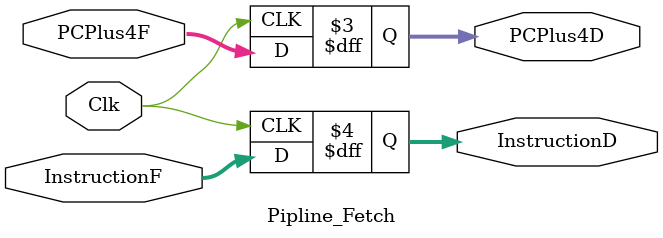
<source format=v>
`timescale 1ns / 1ps


module Pipline_Fetch(Clk, PCPlus4F, InstructionF, PCPlus4D, InstructionD);
    input Clk;
    input [31:0] PCPlus4F;
    input [31:0] InstructionF;
    output reg [31:0] PCPlus4D;
    output reg [31:0] InstructionD;
    
    initial begin
        PCPlus4D <= 0;
        InstructionD <= 0;
    end
    
    always @(posedge Clk) begin
        PCPlus4D <= PCPlus4F;
        InstructionD <= InstructionF;
    end

endmodule

</source>
